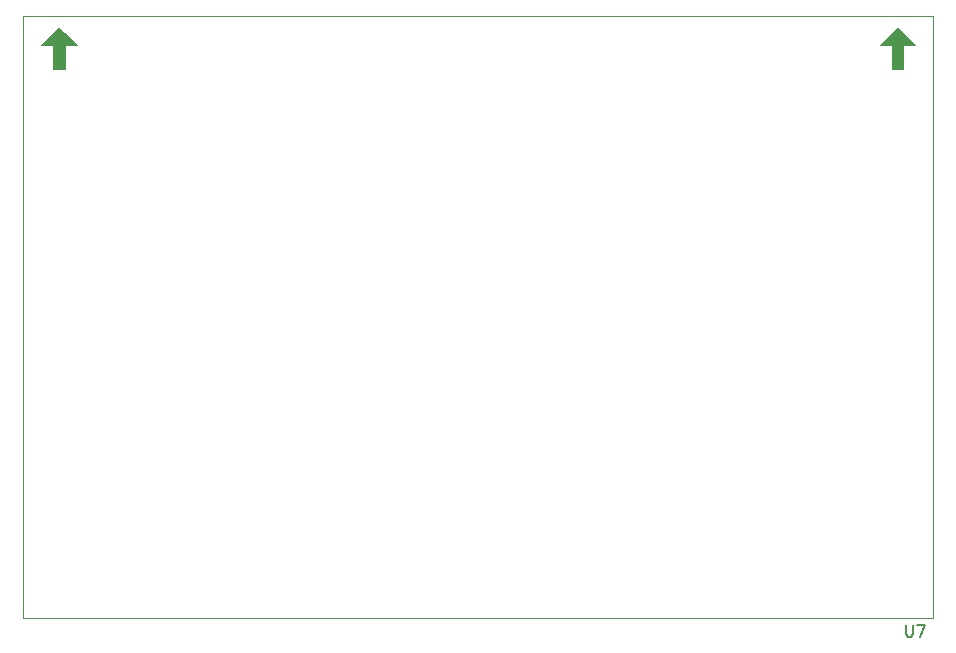
<source format=gbr>
G04 #@! TF.GenerationSoftware,KiCad,Pcbnew,(5.1.4)-1*
G04 #@! TF.CreationDate,2021-11-29T21:00:52-05:00*
G04 #@! TF.ProjectId,OpenTelemetry_Aux,4f70656e-5465-46c6-956d-657472795f41,rev?*
G04 #@! TF.SameCoordinates,Original*
G04 #@! TF.FileFunction,Legend,Top*
G04 #@! TF.FilePolarity,Positive*
%FSLAX46Y46*%
G04 Gerber Fmt 4.6, Leading zero omitted, Abs format (unit mm)*
G04 Created by KiCad (PCBNEW (5.1.4)-1) date 2021-11-29 21:00:52*
%MOMM*%
%LPD*%
G04 APERTURE LIST*
%ADD10C,0.100000*%
%ADD11C,0.120000*%
%ADD12C,0.150000*%
G04 APERTURE END LIST*
D10*
G36*
X204300000Y-65900000D02*
G01*
X202800000Y-67400000D01*
X203800000Y-67400000D01*
X203800000Y-69400000D01*
X204800000Y-69400000D01*
X204800000Y-67400000D01*
X205800000Y-67400000D01*
X204300000Y-65900000D01*
G37*
X204300000Y-65900000D02*
X202800000Y-67400000D01*
X203800000Y-67400000D01*
X203800000Y-69400000D01*
X204800000Y-69400000D01*
X204800000Y-67400000D01*
X205800000Y-67400000D01*
X204300000Y-65900000D01*
G36*
X133300000Y-65900000D02*
G01*
X131800000Y-67400000D01*
X132800000Y-67400000D01*
X132800000Y-69400000D01*
X133800000Y-69400000D01*
X133800000Y-67400000D01*
X134800000Y-67400000D01*
X133300000Y-65900000D01*
G37*
X133300000Y-65900000D02*
X131800000Y-67400000D01*
X132800000Y-67400000D01*
X132800000Y-69400000D01*
X133800000Y-69400000D01*
X133800000Y-67400000D01*
X134800000Y-67400000D01*
X133300000Y-65900000D01*
D11*
X205800000Y-67400000D02*
X204300000Y-65900000D01*
X203800000Y-67400000D02*
X203800000Y-69400000D01*
X203300000Y-66900000D02*
X202800000Y-67400000D01*
X204800000Y-69400000D02*
X204800000Y-67400000D01*
X202800000Y-67400000D02*
X203800000Y-67400000D01*
X204300000Y-65900000D02*
X203300000Y-66900000D01*
X204800000Y-67400000D02*
X205800000Y-67400000D01*
X203800000Y-69400000D02*
X204800000Y-69400000D01*
X134800000Y-67400000D02*
X133300000Y-65900000D01*
X133800000Y-67400000D02*
X134800000Y-67400000D01*
X133800000Y-69400000D02*
X133800000Y-67400000D01*
X132800000Y-69400000D02*
X133800000Y-69400000D01*
X132800000Y-67400000D02*
X132800000Y-69400000D01*
X131800000Y-67400000D02*
X132800000Y-67400000D01*
X132300000Y-66900000D02*
X131800000Y-67400000D01*
X133300000Y-65900000D02*
X132300000Y-66900000D01*
X207300000Y-115900000D02*
X130300000Y-115900000D01*
X207300060Y-64900000D02*
X207300000Y-115900000D01*
X130300000Y-64900000D02*
X207300060Y-64900000D01*
X130300000Y-115900000D02*
X130300000Y-64900000D01*
D12*
X205038095Y-116452380D02*
X205038095Y-117261904D01*
X205085714Y-117357142D01*
X205133333Y-117404761D01*
X205228571Y-117452380D01*
X205419047Y-117452380D01*
X205514285Y-117404761D01*
X205561904Y-117357142D01*
X205609523Y-117261904D01*
X205609523Y-116452380D01*
X205990476Y-116452380D02*
X206657142Y-116452380D01*
X206228571Y-117452380D01*
M02*

</source>
